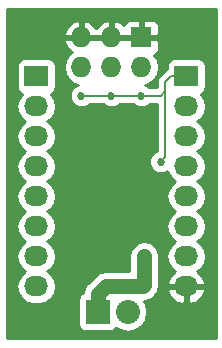
<source format=gbr>
G04 #@! TF.FileFunction,Copper,L2,Bot,Signal*
%FSLAX46Y46*%
G04 Gerber Fmt 4.6, Leading zero omitted, Abs format (unit mm)*
G04 Created by KiCad (PCBNEW no-vcs-found-product) date Sat 25 Jul 2015 09:49:24 PM PDT*
%MOMM*%
G01*
G04 APERTURE LIST*
%ADD10C,0.100000*%
%ADD11R,1.727200X1.727200*%
%ADD12O,1.727200X1.727200*%
%ADD13R,2.032000X1.727200*%
%ADD14O,2.032000X1.727200*%
%ADD15R,2.032000X2.032000*%
%ADD16O,2.032000X2.032000*%
%ADD17C,0.685800*%
%ADD18C,0.203200*%
%ADD19C,1.270000*%
%ADD20C,0.254000*%
G04 APERTURE END LIST*
D10*
D11*
X143510000Y-91059000D03*
D12*
X143510000Y-93599000D03*
X140970000Y-91059000D03*
X140970000Y-93599000D03*
X138430000Y-91059000D03*
X138430000Y-93599000D03*
D13*
X134620000Y-94361000D03*
D14*
X134620000Y-96901000D03*
X134620000Y-99441000D03*
X134620000Y-101981000D03*
X134620000Y-104521000D03*
X134620000Y-107061000D03*
X134620000Y-109601000D03*
X134620000Y-112141000D03*
D13*
X147320000Y-94361000D03*
D14*
X147320000Y-96901000D03*
X147320000Y-99441000D03*
X147320000Y-101981000D03*
X147320000Y-104521000D03*
X147320000Y-107061000D03*
X147320000Y-109601000D03*
X147320000Y-112141000D03*
D15*
X139827000Y-114300000D03*
D16*
X142367000Y-114300000D03*
D17*
X145161000Y-101600000D03*
X138430000Y-96012000D03*
X140970000Y-96012000D03*
X143510000Y-96012000D03*
X143764000Y-109601000D03*
X137820400Y-107188000D03*
X141630400Y-107188000D03*
X141274800Y-105079800D03*
X143967200Y-102997000D03*
D18*
X145542000Y-95631000D02*
X145542000Y-101219000D01*
X145542000Y-101219000D02*
X145161000Y-101600000D01*
X140970000Y-96012000D02*
X138430000Y-96012000D01*
X143510000Y-96012000D02*
X140970000Y-96012000D01*
X147320000Y-94361000D02*
X146050000Y-94361000D01*
X145161000Y-96012000D02*
X143510000Y-96012000D01*
X145542000Y-95631000D02*
X145161000Y-96012000D01*
X145542000Y-94869000D02*
X145542000Y-95631000D01*
X146050000Y-94361000D02*
X145542000Y-94869000D01*
D19*
X143764000Y-109601000D02*
X143764000Y-112014000D01*
X143764000Y-112014000D02*
X143637000Y-112141000D01*
X143662400Y-112141000D02*
X140487400Y-112141000D01*
X140487400Y-112141000D02*
X139852400Y-112776000D01*
X139827000Y-112776000D02*
X139827000Y-114300000D01*
D20*
X141605000Y-107188000D02*
X137795000Y-107188000D01*
D18*
X141274800Y-106832400D02*
X141630400Y-107188000D01*
X141274800Y-105079800D02*
X141274800Y-106832400D01*
D20*
G36*
X149810000Y-116536000D02*
X132130000Y-116536000D01*
X132130000Y-96901000D01*
X132936655Y-96901000D01*
X133050729Y-97474489D01*
X133375585Y-97960670D01*
X133690366Y-98171000D01*
X133375585Y-98381330D01*
X133050729Y-98867511D01*
X132936655Y-99441000D01*
X133050729Y-100014489D01*
X133375585Y-100500670D01*
X133690366Y-100711000D01*
X133375585Y-100921330D01*
X133050729Y-101407511D01*
X132936655Y-101981000D01*
X133050729Y-102554489D01*
X133375585Y-103040670D01*
X133690366Y-103251000D01*
X133375585Y-103461330D01*
X133050729Y-103947511D01*
X132936655Y-104521000D01*
X133050729Y-105094489D01*
X133375585Y-105580670D01*
X133690366Y-105791000D01*
X133375585Y-106001330D01*
X133050729Y-106487511D01*
X132936655Y-107061000D01*
X133050729Y-107634489D01*
X133375585Y-108120670D01*
X133690366Y-108331000D01*
X133375585Y-108541330D01*
X133050729Y-109027511D01*
X132936655Y-109601000D01*
X133050729Y-110174489D01*
X133375585Y-110660670D01*
X133690366Y-110871000D01*
X133375585Y-111081330D01*
X133050729Y-111567511D01*
X132936655Y-112141000D01*
X133050729Y-112714489D01*
X133375585Y-113200670D01*
X133861766Y-113525526D01*
X134435255Y-113639600D01*
X134804745Y-113639600D01*
X135378234Y-113525526D01*
X135739702Y-113284000D01*
X138163560Y-113284000D01*
X138163560Y-115316000D01*
X138210537Y-115558123D01*
X138350327Y-115770927D01*
X138561360Y-115913377D01*
X138811000Y-115963440D01*
X140843000Y-115963440D01*
X141085123Y-115916463D01*
X141297927Y-115776673D01*
X141396164Y-115631140D01*
X141735190Y-115857670D01*
X142367000Y-115983345D01*
X142998810Y-115857670D01*
X143534433Y-115499778D01*
X143892325Y-114964155D01*
X144018000Y-114332345D01*
X144018000Y-114267655D01*
X143892325Y-113635845D01*
X143732740Y-113397009D01*
X144148408Y-113314327D01*
X144560426Y-113039026D01*
X144611573Y-112962479D01*
X144662026Y-112912026D01*
X144937314Y-112500026D01*
X145712642Y-112500026D01*
X145715291Y-112515791D01*
X145969268Y-113043036D01*
X146405680Y-113432954D01*
X146958087Y-113626184D01*
X147193000Y-113481924D01*
X147193000Y-112268000D01*
X147447000Y-112268000D01*
X147447000Y-113481924D01*
X147681913Y-113626184D01*
X148234320Y-113432954D01*
X148670732Y-113043036D01*
X148924709Y-112515791D01*
X148927358Y-112500026D01*
X148806217Y-112268000D01*
X147447000Y-112268000D01*
X147193000Y-112268000D01*
X147193000Y-112268000D01*
X145833783Y-112268000D01*
X145712642Y-112500026D01*
X144937314Y-112500026D01*
X144937327Y-112500008D01*
X145034000Y-112014000D01*
X145034000Y-109601000D01*
X144937327Y-109114992D01*
X144662026Y-108702974D01*
X144250008Y-108427673D01*
X143764000Y-108331000D01*
X143277992Y-108427673D01*
X142865974Y-108702974D01*
X142590673Y-109114992D01*
X142494000Y-109601000D01*
X142494000Y-110871000D01*
X140487405Y-110871000D01*
X140487400Y-110870999D01*
X140001392Y-110967673D01*
X139589374Y-111242974D01*
X139589372Y-111242977D01*
X139005521Y-111826827D01*
X138928974Y-111877974D01*
X138653673Y-112289992D01*
X138575654Y-112682222D01*
X138568877Y-112683537D01*
X138356073Y-112823327D01*
X138213623Y-113034360D01*
X138163560Y-113284000D01*
X135739702Y-113284000D01*
X135864415Y-113200670D01*
X136189271Y-112714489D01*
X136303345Y-112141000D01*
X136189271Y-111567511D01*
X135864415Y-111081330D01*
X135549634Y-110871000D01*
X135864415Y-110660670D01*
X136189271Y-110174489D01*
X136303345Y-109601000D01*
X136189271Y-109027511D01*
X135864415Y-108541330D01*
X135549634Y-108331000D01*
X135864415Y-108120670D01*
X136189271Y-107634489D01*
X136303345Y-107061000D01*
X136189271Y-106487511D01*
X135864415Y-106001330D01*
X135549634Y-105791000D01*
X135864415Y-105580670D01*
X136189271Y-105094489D01*
X136303345Y-104521000D01*
X136189271Y-103947511D01*
X135864415Y-103461330D01*
X135549634Y-103251000D01*
X135864415Y-103040670D01*
X136189271Y-102554489D01*
X136303345Y-101981000D01*
X136189271Y-101407511D01*
X135864415Y-100921330D01*
X135549634Y-100711000D01*
X135864415Y-100500670D01*
X136189271Y-100014489D01*
X136303345Y-99441000D01*
X136189271Y-98867511D01*
X135864415Y-98381330D01*
X135549634Y-98171000D01*
X135864415Y-97960670D01*
X136189271Y-97474489D01*
X136303345Y-96901000D01*
X136189271Y-96327511D01*
X135864415Y-95841330D01*
X135848633Y-95830785D01*
X135878123Y-95825063D01*
X136090927Y-95685273D01*
X136233377Y-95474240D01*
X136283440Y-95224600D01*
X136283440Y-93569641D01*
X136931400Y-93569641D01*
X136931400Y-93628359D01*
X137045474Y-94201848D01*
X137370330Y-94688029D01*
X137856511Y-95012885D01*
X138147290Y-95070724D01*
X137876788Y-95182493D01*
X137601460Y-95457341D01*
X137452270Y-95816630D01*
X137451931Y-96205663D01*
X137600493Y-96565212D01*
X137875341Y-96840540D01*
X138234630Y-96989730D01*
X138623663Y-96990069D01*
X138983212Y-96841507D01*
X139076281Y-96748600D01*
X140323561Y-96748600D01*
X140415341Y-96840540D01*
X140774630Y-96989730D01*
X141163663Y-96990069D01*
X141523212Y-96841507D01*
X141616281Y-96748600D01*
X142863561Y-96748600D01*
X142955341Y-96840540D01*
X143314630Y-96989730D01*
X143703663Y-96990069D01*
X144063212Y-96841507D01*
X144156281Y-96748600D01*
X144805400Y-96748600D01*
X144805400Y-100688842D01*
X144607788Y-100770493D01*
X144332460Y-101045341D01*
X144183270Y-101404630D01*
X144182931Y-101793663D01*
X144331493Y-102153212D01*
X144606341Y-102428540D01*
X144965630Y-102577730D01*
X145354663Y-102578069D01*
X145714212Y-102429507D01*
X145723937Y-102419799D01*
X145750729Y-102554489D01*
X146075585Y-103040670D01*
X146390366Y-103251000D01*
X146075585Y-103461330D01*
X145750729Y-103947511D01*
X145636655Y-104521000D01*
X145750729Y-105094489D01*
X146075585Y-105580670D01*
X146390366Y-105791000D01*
X146075585Y-106001330D01*
X145750729Y-106487511D01*
X145636655Y-107061000D01*
X145750729Y-107634489D01*
X146075585Y-108120670D01*
X146390366Y-108331000D01*
X146075585Y-108541330D01*
X145750729Y-109027511D01*
X145636655Y-109601000D01*
X145750729Y-110174489D01*
X146075585Y-110660670D01*
X146385069Y-110867461D01*
X145969268Y-111238964D01*
X145715291Y-111766209D01*
X145712642Y-111781974D01*
X145833783Y-112014000D01*
X147193000Y-112014000D01*
X147193000Y-111994000D01*
X147447000Y-111994000D01*
X147447000Y-112014000D01*
X148806217Y-112014000D01*
X148927358Y-111781974D01*
X148924709Y-111766209D01*
X148670732Y-111238964D01*
X148254931Y-110867461D01*
X148564415Y-110660670D01*
X148889271Y-110174489D01*
X149003345Y-109601000D01*
X148889271Y-109027511D01*
X148564415Y-108541330D01*
X148249634Y-108331000D01*
X148564415Y-108120670D01*
X148889271Y-107634489D01*
X149003345Y-107061000D01*
X148889271Y-106487511D01*
X148564415Y-106001330D01*
X148249634Y-105791000D01*
X148564415Y-105580670D01*
X148889271Y-105094489D01*
X149003345Y-104521000D01*
X148889271Y-103947511D01*
X148564415Y-103461330D01*
X148249634Y-103251000D01*
X148564415Y-103040670D01*
X148889271Y-102554489D01*
X149003345Y-101981000D01*
X148889271Y-101407511D01*
X148564415Y-100921330D01*
X148249634Y-100711000D01*
X148564415Y-100500670D01*
X148889271Y-100014489D01*
X149003345Y-99441000D01*
X148889271Y-98867511D01*
X148564415Y-98381330D01*
X148249634Y-98171000D01*
X148564415Y-97960670D01*
X148889271Y-97474489D01*
X149003345Y-96901000D01*
X148889271Y-96327511D01*
X148564415Y-95841330D01*
X148548633Y-95830785D01*
X148578123Y-95825063D01*
X148790927Y-95685273D01*
X148933377Y-95474240D01*
X148983440Y-95224600D01*
X148983440Y-93497400D01*
X148936463Y-93255277D01*
X148796673Y-93042473D01*
X148585640Y-92900023D01*
X148336000Y-92849960D01*
X146304000Y-92849960D01*
X146061877Y-92896937D01*
X145849073Y-93036727D01*
X145706623Y-93247760D01*
X145656560Y-93497400D01*
X145656560Y-93755009D01*
X145529145Y-93840145D01*
X145021145Y-94348145D01*
X144861470Y-94587115D01*
X144805400Y-94869000D01*
X144805400Y-95275400D01*
X144156439Y-95275400D01*
X144064659Y-95183460D01*
X143793016Y-95070664D01*
X144083489Y-95012885D01*
X144569670Y-94688029D01*
X144894526Y-94201848D01*
X145008600Y-93628359D01*
X145008600Y-93569641D01*
X144894526Y-92996152D01*
X144579474Y-92524644D01*
X144733299Y-92460927D01*
X144911927Y-92282298D01*
X145008600Y-92048909D01*
X145008600Y-91344750D01*
X144849850Y-91186000D01*
X143637000Y-91186000D01*
X143637000Y-91206000D01*
X143383000Y-91206000D01*
X143383000Y-91186000D01*
X141097000Y-91186000D01*
X141097000Y-91206000D01*
X140843000Y-91206000D01*
X140843000Y-91186000D01*
X138557000Y-91186000D01*
X138557000Y-91206000D01*
X138303000Y-91206000D01*
X138303000Y-91186000D01*
X137095531Y-91186000D01*
X136975032Y-91418027D01*
X137223179Y-91947490D01*
X137641161Y-92329008D01*
X137370330Y-92509971D01*
X137045474Y-92996152D01*
X136931400Y-93569641D01*
X136283440Y-93569641D01*
X136283440Y-93497400D01*
X136236463Y-93255277D01*
X136096673Y-93042473D01*
X135885640Y-92900023D01*
X135636000Y-92849960D01*
X133604000Y-92849960D01*
X133361877Y-92896937D01*
X133149073Y-93036727D01*
X133006623Y-93247760D01*
X132956560Y-93497400D01*
X132956560Y-95224600D01*
X133003537Y-95466723D01*
X133143327Y-95679527D01*
X133354360Y-95821977D01*
X133392963Y-95829718D01*
X133375585Y-95841330D01*
X133050729Y-96327511D01*
X132936655Y-96901000D01*
X132130000Y-96901000D01*
X132130000Y-90699973D01*
X136975032Y-90699973D01*
X137095531Y-90932000D01*
X138303000Y-90932000D01*
X138303000Y-89725183D01*
X138557000Y-89725183D01*
X138557000Y-90932000D01*
X140843000Y-90932000D01*
X140843000Y-89725183D01*
X141097000Y-89725183D01*
X141097000Y-90932000D01*
X143383000Y-90932000D01*
X143383000Y-89719150D01*
X143637000Y-89719150D01*
X143637000Y-90932000D01*
X144849850Y-90932000D01*
X145008600Y-90773250D01*
X145008600Y-90069091D01*
X144911927Y-89835702D01*
X144733299Y-89657073D01*
X144499910Y-89560400D01*
X143795750Y-89560400D01*
X143637000Y-89719150D01*
X143383000Y-89719150D01*
X143383000Y-89719150D01*
X143224250Y-89560400D01*
X142520090Y-89560400D01*
X142286701Y-89657073D01*
X142108073Y-89835702D01*
X142026300Y-90033120D01*
X141744947Y-89776312D01*
X141329026Y-89604042D01*
X141097000Y-89725183D01*
X140843000Y-89725183D01*
X140843000Y-89725183D01*
X140610974Y-89604042D01*
X140195053Y-89776312D01*
X139763179Y-90170510D01*
X139700000Y-90305313D01*
X139636821Y-90170510D01*
X139204947Y-89776312D01*
X138789026Y-89604042D01*
X138557000Y-89725183D01*
X138303000Y-89725183D01*
X138303000Y-89725183D01*
X138070974Y-89604042D01*
X137655053Y-89776312D01*
X137223179Y-90170510D01*
X136975032Y-90699973D01*
X132130000Y-90699973D01*
X132130000Y-88696000D01*
X149810000Y-88696000D01*
X149810000Y-116536000D01*
X149810000Y-116536000D01*
G37*
X149810000Y-116536000D02*
X132130000Y-116536000D01*
X132130000Y-96901000D01*
X132936655Y-96901000D01*
X133050729Y-97474489D01*
X133375585Y-97960670D01*
X133690366Y-98171000D01*
X133375585Y-98381330D01*
X133050729Y-98867511D01*
X132936655Y-99441000D01*
X133050729Y-100014489D01*
X133375585Y-100500670D01*
X133690366Y-100711000D01*
X133375585Y-100921330D01*
X133050729Y-101407511D01*
X132936655Y-101981000D01*
X133050729Y-102554489D01*
X133375585Y-103040670D01*
X133690366Y-103251000D01*
X133375585Y-103461330D01*
X133050729Y-103947511D01*
X132936655Y-104521000D01*
X133050729Y-105094489D01*
X133375585Y-105580670D01*
X133690366Y-105791000D01*
X133375585Y-106001330D01*
X133050729Y-106487511D01*
X132936655Y-107061000D01*
X133050729Y-107634489D01*
X133375585Y-108120670D01*
X133690366Y-108331000D01*
X133375585Y-108541330D01*
X133050729Y-109027511D01*
X132936655Y-109601000D01*
X133050729Y-110174489D01*
X133375585Y-110660670D01*
X133690366Y-110871000D01*
X133375585Y-111081330D01*
X133050729Y-111567511D01*
X132936655Y-112141000D01*
X133050729Y-112714489D01*
X133375585Y-113200670D01*
X133861766Y-113525526D01*
X134435255Y-113639600D01*
X134804745Y-113639600D01*
X135378234Y-113525526D01*
X135739702Y-113284000D01*
X138163560Y-113284000D01*
X138163560Y-115316000D01*
X138210537Y-115558123D01*
X138350327Y-115770927D01*
X138561360Y-115913377D01*
X138811000Y-115963440D01*
X140843000Y-115963440D01*
X141085123Y-115916463D01*
X141297927Y-115776673D01*
X141396164Y-115631140D01*
X141735190Y-115857670D01*
X142367000Y-115983345D01*
X142998810Y-115857670D01*
X143534433Y-115499778D01*
X143892325Y-114964155D01*
X144018000Y-114332345D01*
X144018000Y-114267655D01*
X143892325Y-113635845D01*
X143732740Y-113397009D01*
X144148408Y-113314327D01*
X144560426Y-113039026D01*
X144611573Y-112962479D01*
X144662026Y-112912026D01*
X144937314Y-112500026D01*
X145712642Y-112500026D01*
X145715291Y-112515791D01*
X145969268Y-113043036D01*
X146405680Y-113432954D01*
X146958087Y-113626184D01*
X147193000Y-113481924D01*
X147193000Y-112268000D01*
X147447000Y-112268000D01*
X147447000Y-113481924D01*
X147681913Y-113626184D01*
X148234320Y-113432954D01*
X148670732Y-113043036D01*
X148924709Y-112515791D01*
X148927358Y-112500026D01*
X148806217Y-112268000D01*
X147447000Y-112268000D01*
X147193000Y-112268000D01*
X147193000Y-112268000D01*
X145833783Y-112268000D01*
X145712642Y-112500026D01*
X144937314Y-112500026D01*
X144937327Y-112500008D01*
X145034000Y-112014000D01*
X145034000Y-109601000D01*
X144937327Y-109114992D01*
X144662026Y-108702974D01*
X144250008Y-108427673D01*
X143764000Y-108331000D01*
X143277992Y-108427673D01*
X142865974Y-108702974D01*
X142590673Y-109114992D01*
X142494000Y-109601000D01*
X142494000Y-110871000D01*
X140487405Y-110871000D01*
X140487400Y-110870999D01*
X140001392Y-110967673D01*
X139589374Y-111242974D01*
X139589372Y-111242977D01*
X139005521Y-111826827D01*
X138928974Y-111877974D01*
X138653673Y-112289992D01*
X138575654Y-112682222D01*
X138568877Y-112683537D01*
X138356073Y-112823327D01*
X138213623Y-113034360D01*
X138163560Y-113284000D01*
X135739702Y-113284000D01*
X135864415Y-113200670D01*
X136189271Y-112714489D01*
X136303345Y-112141000D01*
X136189271Y-111567511D01*
X135864415Y-111081330D01*
X135549634Y-110871000D01*
X135864415Y-110660670D01*
X136189271Y-110174489D01*
X136303345Y-109601000D01*
X136189271Y-109027511D01*
X135864415Y-108541330D01*
X135549634Y-108331000D01*
X135864415Y-108120670D01*
X136189271Y-107634489D01*
X136303345Y-107061000D01*
X136189271Y-106487511D01*
X135864415Y-106001330D01*
X135549634Y-105791000D01*
X135864415Y-105580670D01*
X136189271Y-105094489D01*
X136303345Y-104521000D01*
X136189271Y-103947511D01*
X135864415Y-103461330D01*
X135549634Y-103251000D01*
X135864415Y-103040670D01*
X136189271Y-102554489D01*
X136303345Y-101981000D01*
X136189271Y-101407511D01*
X135864415Y-100921330D01*
X135549634Y-100711000D01*
X135864415Y-100500670D01*
X136189271Y-100014489D01*
X136303345Y-99441000D01*
X136189271Y-98867511D01*
X135864415Y-98381330D01*
X135549634Y-98171000D01*
X135864415Y-97960670D01*
X136189271Y-97474489D01*
X136303345Y-96901000D01*
X136189271Y-96327511D01*
X135864415Y-95841330D01*
X135848633Y-95830785D01*
X135878123Y-95825063D01*
X136090927Y-95685273D01*
X136233377Y-95474240D01*
X136283440Y-95224600D01*
X136283440Y-93569641D01*
X136931400Y-93569641D01*
X136931400Y-93628359D01*
X137045474Y-94201848D01*
X137370330Y-94688029D01*
X137856511Y-95012885D01*
X138147290Y-95070724D01*
X137876788Y-95182493D01*
X137601460Y-95457341D01*
X137452270Y-95816630D01*
X137451931Y-96205663D01*
X137600493Y-96565212D01*
X137875341Y-96840540D01*
X138234630Y-96989730D01*
X138623663Y-96990069D01*
X138983212Y-96841507D01*
X139076281Y-96748600D01*
X140323561Y-96748600D01*
X140415341Y-96840540D01*
X140774630Y-96989730D01*
X141163663Y-96990069D01*
X141523212Y-96841507D01*
X141616281Y-96748600D01*
X142863561Y-96748600D01*
X142955341Y-96840540D01*
X143314630Y-96989730D01*
X143703663Y-96990069D01*
X144063212Y-96841507D01*
X144156281Y-96748600D01*
X144805400Y-96748600D01*
X144805400Y-100688842D01*
X144607788Y-100770493D01*
X144332460Y-101045341D01*
X144183270Y-101404630D01*
X144182931Y-101793663D01*
X144331493Y-102153212D01*
X144606341Y-102428540D01*
X144965630Y-102577730D01*
X145354663Y-102578069D01*
X145714212Y-102429507D01*
X145723937Y-102419799D01*
X145750729Y-102554489D01*
X146075585Y-103040670D01*
X146390366Y-103251000D01*
X146075585Y-103461330D01*
X145750729Y-103947511D01*
X145636655Y-104521000D01*
X145750729Y-105094489D01*
X146075585Y-105580670D01*
X146390366Y-105791000D01*
X146075585Y-106001330D01*
X145750729Y-106487511D01*
X145636655Y-107061000D01*
X145750729Y-107634489D01*
X146075585Y-108120670D01*
X146390366Y-108331000D01*
X146075585Y-108541330D01*
X145750729Y-109027511D01*
X145636655Y-109601000D01*
X145750729Y-110174489D01*
X146075585Y-110660670D01*
X146385069Y-110867461D01*
X145969268Y-111238964D01*
X145715291Y-111766209D01*
X145712642Y-111781974D01*
X145833783Y-112014000D01*
X147193000Y-112014000D01*
X147193000Y-111994000D01*
X147447000Y-111994000D01*
X147447000Y-112014000D01*
X148806217Y-112014000D01*
X148927358Y-111781974D01*
X148924709Y-111766209D01*
X148670732Y-111238964D01*
X148254931Y-110867461D01*
X148564415Y-110660670D01*
X148889271Y-110174489D01*
X149003345Y-109601000D01*
X148889271Y-109027511D01*
X148564415Y-108541330D01*
X148249634Y-108331000D01*
X148564415Y-108120670D01*
X148889271Y-107634489D01*
X149003345Y-107061000D01*
X148889271Y-106487511D01*
X148564415Y-106001330D01*
X148249634Y-105791000D01*
X148564415Y-105580670D01*
X148889271Y-105094489D01*
X149003345Y-104521000D01*
X148889271Y-103947511D01*
X148564415Y-103461330D01*
X148249634Y-103251000D01*
X148564415Y-103040670D01*
X148889271Y-102554489D01*
X149003345Y-101981000D01*
X148889271Y-101407511D01*
X148564415Y-100921330D01*
X148249634Y-100711000D01*
X148564415Y-100500670D01*
X148889271Y-100014489D01*
X149003345Y-99441000D01*
X148889271Y-98867511D01*
X148564415Y-98381330D01*
X148249634Y-98171000D01*
X148564415Y-97960670D01*
X148889271Y-97474489D01*
X149003345Y-96901000D01*
X148889271Y-96327511D01*
X148564415Y-95841330D01*
X148548633Y-95830785D01*
X148578123Y-95825063D01*
X148790927Y-95685273D01*
X148933377Y-95474240D01*
X148983440Y-95224600D01*
X148983440Y-93497400D01*
X148936463Y-93255277D01*
X148796673Y-93042473D01*
X148585640Y-92900023D01*
X148336000Y-92849960D01*
X146304000Y-92849960D01*
X146061877Y-92896937D01*
X145849073Y-93036727D01*
X145706623Y-93247760D01*
X145656560Y-93497400D01*
X145656560Y-93755009D01*
X145529145Y-93840145D01*
X145021145Y-94348145D01*
X144861470Y-94587115D01*
X144805400Y-94869000D01*
X144805400Y-95275400D01*
X144156439Y-95275400D01*
X144064659Y-95183460D01*
X143793016Y-95070664D01*
X144083489Y-95012885D01*
X144569670Y-94688029D01*
X144894526Y-94201848D01*
X145008600Y-93628359D01*
X145008600Y-93569641D01*
X144894526Y-92996152D01*
X144579474Y-92524644D01*
X144733299Y-92460927D01*
X144911927Y-92282298D01*
X145008600Y-92048909D01*
X145008600Y-91344750D01*
X144849850Y-91186000D01*
X143637000Y-91186000D01*
X143637000Y-91206000D01*
X143383000Y-91206000D01*
X143383000Y-91186000D01*
X141097000Y-91186000D01*
X141097000Y-91206000D01*
X140843000Y-91206000D01*
X140843000Y-91186000D01*
X138557000Y-91186000D01*
X138557000Y-91206000D01*
X138303000Y-91206000D01*
X138303000Y-91186000D01*
X137095531Y-91186000D01*
X136975032Y-91418027D01*
X137223179Y-91947490D01*
X137641161Y-92329008D01*
X137370330Y-92509971D01*
X137045474Y-92996152D01*
X136931400Y-93569641D01*
X136283440Y-93569641D01*
X136283440Y-93497400D01*
X136236463Y-93255277D01*
X136096673Y-93042473D01*
X135885640Y-92900023D01*
X135636000Y-92849960D01*
X133604000Y-92849960D01*
X133361877Y-92896937D01*
X133149073Y-93036727D01*
X133006623Y-93247760D01*
X132956560Y-93497400D01*
X132956560Y-95224600D01*
X133003537Y-95466723D01*
X133143327Y-95679527D01*
X133354360Y-95821977D01*
X133392963Y-95829718D01*
X133375585Y-95841330D01*
X133050729Y-96327511D01*
X132936655Y-96901000D01*
X132130000Y-96901000D01*
X132130000Y-90699973D01*
X136975032Y-90699973D01*
X137095531Y-90932000D01*
X138303000Y-90932000D01*
X138303000Y-89725183D01*
X138557000Y-89725183D01*
X138557000Y-90932000D01*
X140843000Y-90932000D01*
X140843000Y-89725183D01*
X141097000Y-89725183D01*
X141097000Y-90932000D01*
X143383000Y-90932000D01*
X143383000Y-89719150D01*
X143637000Y-89719150D01*
X143637000Y-90932000D01*
X144849850Y-90932000D01*
X145008600Y-90773250D01*
X145008600Y-90069091D01*
X144911927Y-89835702D01*
X144733299Y-89657073D01*
X144499910Y-89560400D01*
X143795750Y-89560400D01*
X143637000Y-89719150D01*
X143383000Y-89719150D01*
X143383000Y-89719150D01*
X143224250Y-89560400D01*
X142520090Y-89560400D01*
X142286701Y-89657073D01*
X142108073Y-89835702D01*
X142026300Y-90033120D01*
X141744947Y-89776312D01*
X141329026Y-89604042D01*
X141097000Y-89725183D01*
X140843000Y-89725183D01*
X140843000Y-89725183D01*
X140610974Y-89604042D01*
X140195053Y-89776312D01*
X139763179Y-90170510D01*
X139700000Y-90305313D01*
X139636821Y-90170510D01*
X139204947Y-89776312D01*
X138789026Y-89604042D01*
X138557000Y-89725183D01*
X138303000Y-89725183D01*
X138303000Y-89725183D01*
X138070974Y-89604042D01*
X137655053Y-89776312D01*
X137223179Y-90170510D01*
X136975032Y-90699973D01*
X132130000Y-90699973D01*
X132130000Y-88696000D01*
X149810000Y-88696000D01*
X149810000Y-116536000D01*
M02*

</source>
